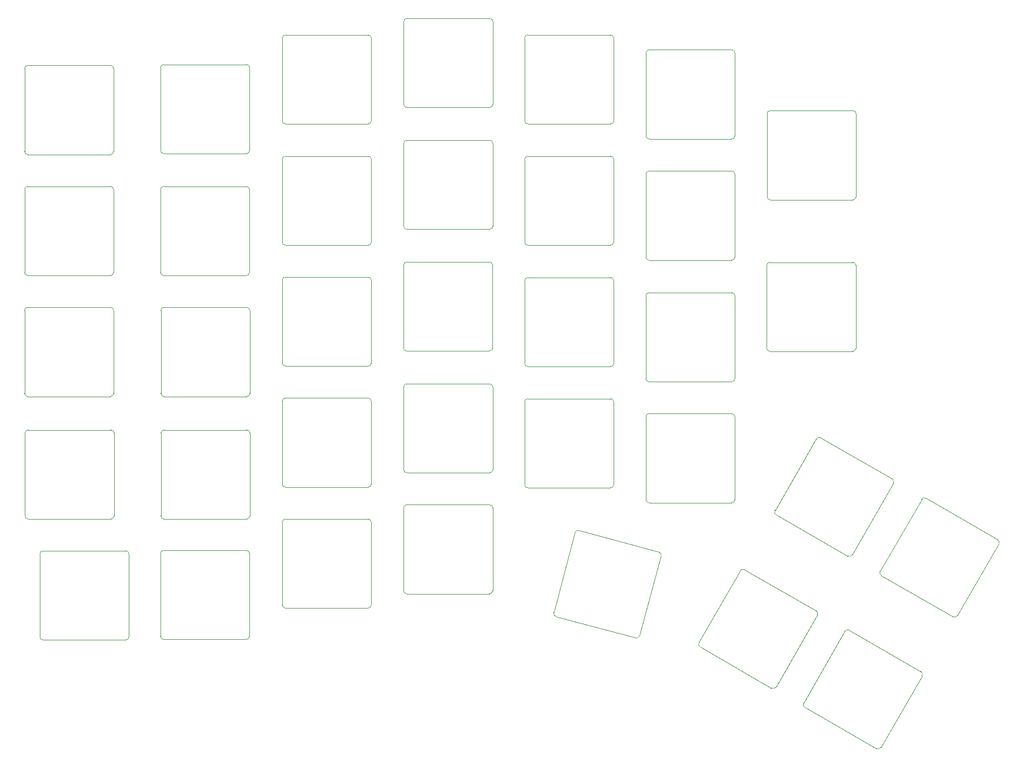
<source format=gbr>
%TF.GenerationSoftware,KiCad,Pcbnew,8.0.2-1*%
%TF.CreationDate,2024-06-04T23:34:33+02:00*%
%TF.ProjectId,keyboard,6b657962-6f61-4726-942e-6b696361645f,rev?*%
%TF.SameCoordinates,Original*%
%TF.FileFunction,Other,ECO2*%
%FSLAX46Y46*%
G04 Gerber Fmt 4.6, Leading zero omitted, Abs format (unit mm)*
G04 Created by KiCad (PCBNEW 8.0.2-1) date 2024-06-04 23:34:33*
%MOMM*%
%LPD*%
G01*
G04 APERTURE LIST*
%ADD10C,0.050000*%
G04 APERTURE END LIST*
D10*
%TO.C,SW_[7:2]1*%
X160150000Y-68170000D02*
X160150000Y-81170000D01*
X160650000Y-81670000D02*
X173650000Y-81670000D01*
X173650000Y-67670000D02*
X160650000Y-67670000D01*
X174150000Y-81170000D02*
X174150000Y-68170000D01*
X160150000Y-68170000D02*
G75*
G02*
X160650000Y-67670000I500000J0D01*
G01*
X160651116Y-81667236D02*
G75*
G02*
X160151116Y-81167236I1J500001D01*
G01*
X173650000Y-67670000D02*
G75*
G02*
X174150000Y-68170000I0J-500000D01*
G01*
X174150000Y-81170000D02*
G75*
G02*
X173650000Y-81670000I-500001J1D01*
G01*
%TO.C,SW_[1:4]1*%
X43580000Y-94500000D02*
X43580000Y-107500000D01*
X44080000Y-108000000D02*
X57080000Y-108000000D01*
X57080000Y-94000000D02*
X44080000Y-94000000D01*
X57580000Y-107500000D02*
X57580000Y-94500000D01*
X43580000Y-94500000D02*
G75*
G02*
X44080000Y-94000000I500000J0D01*
G01*
X44080000Y-108000000D02*
G75*
G02*
X43580000Y-107500000I0J500000D01*
G01*
X57080000Y-94000000D02*
G75*
G02*
X57580000Y-94500000I-1J-500001D01*
G01*
X57577236Y-107498884D02*
G75*
G02*
X57077236Y-107998884I-500001J1D01*
G01*
%TO.C,SW_[6:1]1*%
X141150000Y-34800000D02*
X141150000Y-47800000D01*
X141650000Y-48300000D02*
X154650000Y-48300000D01*
X154650000Y-34300000D02*
X141650000Y-34300000D01*
X155150000Y-47800000D02*
X155150000Y-34800000D01*
X141150000Y-34800000D02*
G75*
G02*
X141650000Y-34300000I500000J0D01*
G01*
X141650000Y-48300000D02*
G75*
G02*
X141150000Y-47800000I0J500000D01*
G01*
X154650000Y-34300000D02*
G75*
G02*
X155150000Y-34800000I-1J-500001D01*
G01*
X155147236Y-47798884D02*
G75*
G02*
X154647236Y-48298884I-500001J1D01*
G01*
%TO.C,SW_[2:4]1*%
X64920000Y-94500000D02*
X64920000Y-107500000D01*
X65420000Y-108000000D02*
X78420000Y-108000000D01*
X78420000Y-94000000D02*
X65420000Y-94000000D01*
X78920000Y-107500000D02*
X78920000Y-94500000D01*
X64920000Y-94500000D02*
G75*
G02*
X65420000Y-94000000I500000J0D01*
G01*
X65420000Y-108000000D02*
G75*
G02*
X64920000Y-107500000I0J500000D01*
G01*
X78420000Y-94000000D02*
G75*
G02*
X78920000Y-94500000I-1J-500001D01*
G01*
X78917236Y-107498884D02*
G75*
G02*
X78417236Y-107998884I-500001J1D01*
G01*
%TO.C,SW_[2:5]1*%
X64864800Y-113430500D02*
X64864800Y-126430500D01*
X65364800Y-126930500D02*
X78364800Y-126930500D01*
X78364800Y-112930500D02*
X65364800Y-112930500D01*
X78864800Y-126430500D02*
X78864800Y-113430500D01*
X64864800Y-113430500D02*
G75*
G02*
X65364800Y-112930500I500000J0D01*
G01*
X65364800Y-126930500D02*
G75*
G02*
X64864800Y-126430500I0J500000D01*
G01*
X78364800Y-112930500D02*
G75*
G02*
X78864800Y-113430500I-1J-500001D01*
G01*
X78862036Y-126429384D02*
G75*
G02*
X78362036Y-126929384I-500001J1D01*
G01*
%TO.C,SW_[1:3]1*%
X43500000Y-75250000D02*
X43500000Y-88250000D01*
X44000000Y-88750000D02*
X57000000Y-88750000D01*
X57000000Y-74750000D02*
X44000000Y-74750000D01*
X57500000Y-88250000D02*
X57500000Y-75250000D01*
X43500000Y-75250000D02*
G75*
G02*
X44000000Y-74750000I500000J0D01*
G01*
X44000000Y-88750000D02*
G75*
G02*
X43500000Y-88250000I0J500000D01*
G01*
X57000000Y-74750000D02*
G75*
G02*
X57500000Y-75250000I-1J-500001D01*
G01*
X57497236Y-88248884D02*
G75*
G02*
X56997236Y-88748884I-500001J1D01*
G01*
%TO.C,SW_[6:5]1*%
X149670835Y-128062178D02*
X160929166Y-134562177D01*
X155987822Y-116120835D02*
X149487823Y-127379166D01*
X161612178Y-134379165D02*
X168112177Y-123120834D01*
X167929165Y-122437822D02*
X156670834Y-115937823D01*
X149670835Y-128062178D02*
G75*
G02*
X149487822Y-127379165I250000J433013D01*
G01*
X155987822Y-116120835D02*
G75*
G02*
X156670835Y-115937822I433013J-250000D01*
G01*
X161610342Y-134376817D02*
G75*
G02*
X160927330Y-134559830I-433013J250002D01*
G01*
X167929165Y-122437822D02*
G75*
G02*
X168112178Y-123120834I-249998J-433012D01*
G01*
%TO.C,SW_[2:2]1*%
X64864800Y-56250000D02*
X64864800Y-69250000D01*
X65364800Y-69750000D02*
X78364800Y-69750000D01*
X78364800Y-55750000D02*
X65364800Y-55750000D01*
X78864800Y-69250000D02*
X78864800Y-56250000D01*
X64864800Y-56250000D02*
G75*
G02*
X65364800Y-55750000I500000J0D01*
G01*
X65364800Y-69750000D02*
G75*
G02*
X64864800Y-69250000I0J500000D01*
G01*
X78364800Y-55750000D02*
G75*
G02*
X78864800Y-56250000I-1J-500001D01*
G01*
X78862036Y-69248884D02*
G75*
G02*
X78362036Y-69748884I-500001J1D01*
G01*
%TO.C,SW_[4:3]1*%
X103064800Y-68130500D02*
X103064800Y-81130500D01*
X103564800Y-81630500D02*
X116564800Y-81630500D01*
X116564800Y-67630500D02*
X103564800Y-67630500D01*
X117064800Y-81130500D02*
X117064800Y-68130500D01*
X103064800Y-68130500D02*
G75*
G02*
X103564800Y-67630500I500000J0D01*
G01*
X103564800Y-81630500D02*
G75*
G02*
X103064800Y-81130500I0J500000D01*
G01*
X116564800Y-67630500D02*
G75*
G02*
X117064800Y-68130500I-1J-500001D01*
G01*
X117062036Y-81129384D02*
G75*
G02*
X116562036Y-81629384I-500001J1D01*
G01*
%TO.C,SW_[6:4]1*%
X141150000Y-91950000D02*
X141150000Y-104950000D01*
X141650000Y-105450000D02*
X154650000Y-105450000D01*
X154650000Y-91450000D02*
X141650000Y-91450000D01*
X155150000Y-104950000D02*
X155150000Y-91950000D01*
X141150000Y-91950000D02*
G75*
G02*
X141650000Y-91450000I500000J0D01*
G01*
X141650000Y-105450000D02*
G75*
G02*
X141150000Y-104950000I0J500000D01*
G01*
X154650000Y-91450000D02*
G75*
G02*
X155150000Y-91950000I-1J-500001D01*
G01*
X155147236Y-104948884D02*
G75*
G02*
X154647236Y-105448884I-500001J1D01*
G01*
%TO.C,SW_[5:5]1*%
X127002851Y-123314357D02*
X139559886Y-126679005D01*
X130013943Y-110144951D02*
X126649295Y-122701986D01*
X140172257Y-126325449D02*
X143536905Y-113768414D01*
X143183349Y-113156043D02*
X130626314Y-109791395D01*
X127002851Y-123314357D02*
G75*
G02*
X126649295Y-122701986I129407J482963D01*
G01*
X130013943Y-110144951D02*
G75*
G02*
X130626314Y-109791395I482963J-129407D01*
G01*
X140169876Y-126323658D02*
G75*
G02*
X139557503Y-126677211I-482961J129407D01*
G01*
X143183349Y-113156043D02*
G75*
G02*
X143536905Y-113768414I-129408J-482964D01*
G01*
%TO.C,SW_[7:3]1*%
X161621435Y-107322178D02*
X172879765Y-113822178D01*
X167938422Y-95380835D02*
X161438422Y-106639165D01*
X173562778Y-113639165D02*
X180062778Y-102380835D01*
X179879765Y-101697822D02*
X168621435Y-95197822D01*
X161621435Y-107322178D02*
G75*
G02*
X161438422Y-106639165I250000J433013D01*
G01*
X167938422Y-95380835D02*
G75*
G02*
X168621435Y-95197822I433013J-250000D01*
G01*
X173560942Y-113636817D02*
G75*
G02*
X172877930Y-113819828I-433012J250001D01*
G01*
X179879765Y-101697822D02*
G75*
G02*
X180062778Y-102380835I-250000J-433013D01*
G01*
%TO.C,SW_[3:1]1*%
X84000000Y-32450600D02*
X84000000Y-45450600D01*
X84500000Y-45950600D02*
X97500000Y-45950600D01*
X97500000Y-31950600D02*
X84500000Y-31950600D01*
X98000000Y-45450600D02*
X98000000Y-32450600D01*
X84000000Y-32450600D02*
G75*
G02*
X84500000Y-31950600I500000J0D01*
G01*
X84500000Y-45950600D02*
G75*
G02*
X84000000Y-45450600I0J500000D01*
G01*
X97500000Y-31950600D02*
G75*
G02*
X98000000Y-32450600I-1J-500001D01*
G01*
X97997236Y-45449484D02*
G75*
G02*
X97497236Y-45949484I-500001J1D01*
G01*
%TO.C,SW_[6:2]1*%
X141150000Y-53850000D02*
X141150000Y-66850000D01*
X141650000Y-67350000D02*
X154650000Y-67350000D01*
X154650000Y-53350000D02*
X141650000Y-53350000D01*
X155150000Y-66850000D02*
X155150000Y-53850000D01*
X141150000Y-53850000D02*
G75*
G02*
X141650000Y-53350000I500000J0D01*
G01*
X141650000Y-67350000D02*
G75*
G02*
X141150000Y-66850000I0J500000D01*
G01*
X154650000Y-53350000D02*
G75*
G02*
X155150000Y-53850000I-1J-500001D01*
G01*
X155147236Y-66848884D02*
G75*
G02*
X154647236Y-67348884I-500001J1D01*
G01*
%TO.C,SW_[5:3]1*%
X122100000Y-70550000D02*
X122100000Y-83550000D01*
X122600000Y-84050000D02*
X135600000Y-84050000D01*
X135600000Y-70050000D02*
X122600000Y-70050000D01*
X136100000Y-83550000D02*
X136100000Y-70550000D01*
X122100000Y-70550000D02*
G75*
G02*
X122600000Y-70050000I500000J0D01*
G01*
X122600000Y-84050000D02*
G75*
G02*
X122100000Y-83550000I0J500000D01*
G01*
X135600000Y-70050000D02*
G75*
G02*
X136100000Y-70550000I-1J-500001D01*
G01*
X136097236Y-83548884D02*
G75*
G02*
X135597236Y-84048884I-500001J1D01*
G01*
%TO.C,SW_[3:4]1*%
X84000000Y-89500000D02*
X84000000Y-102500000D01*
X84500000Y-103000000D02*
X97500000Y-103000000D01*
X97500000Y-89000000D02*
X84500000Y-89000000D01*
X98000000Y-102500000D02*
X98000000Y-89500000D01*
X84000000Y-89500000D02*
G75*
G02*
X84500000Y-89000000I500000J0D01*
G01*
X84500000Y-103000000D02*
G75*
G02*
X84000000Y-102500000I0J500000D01*
G01*
X97500000Y-89000000D02*
G75*
G02*
X98000000Y-89500000I-1J-500001D01*
G01*
X97997236Y-102498884D02*
G75*
G02*
X97497236Y-102998884I-500001J1D01*
G01*
%TO.C,SW_[5:1]1*%
X122100000Y-32450000D02*
X122100000Y-45450000D01*
X122600000Y-45950000D02*
X135600000Y-45950000D01*
X135600000Y-31950000D02*
X122600000Y-31950000D01*
X136100000Y-45450000D02*
X136100000Y-32450000D01*
X122100000Y-32450000D02*
G75*
G02*
X122600000Y-31950000I500000J0D01*
G01*
X122600000Y-45950000D02*
G75*
G02*
X122100000Y-45450000I0J500000D01*
G01*
X135600000Y-31950000D02*
G75*
G02*
X136100000Y-32450000I-1J-500001D01*
G01*
X136097236Y-45448884D02*
G75*
G02*
X135597236Y-45948884I-500001J1D01*
G01*
%TO.C,SW_[4:5]1*%
X103080000Y-106250000D02*
X103080000Y-119250000D01*
X103580000Y-119750000D02*
X116580000Y-119750000D01*
X116580000Y-105750000D02*
X103580000Y-105750000D01*
X117080000Y-119250000D02*
X117080000Y-106250000D01*
X103080000Y-106250000D02*
G75*
G02*
X103580000Y-105750000I500000J0D01*
G01*
X103580000Y-119750000D02*
G75*
G02*
X103080000Y-119250000I0J500000D01*
G01*
X116580000Y-105750000D02*
G75*
G02*
X117080000Y-106250000I-1J-500001D01*
G01*
X117077236Y-119248884D02*
G75*
G02*
X116577236Y-119748884I-500001J1D01*
G01*
%TO.C,SW_[1:5]1*%
X45920000Y-113500000D02*
X45920000Y-126500000D01*
X46420000Y-127000000D02*
X59420000Y-127000000D01*
X59420000Y-113000000D02*
X46420000Y-113000000D01*
X59920000Y-126500000D02*
X59920000Y-113500000D01*
X45920000Y-113500000D02*
G75*
G02*
X46420000Y-113000000I500000J0D01*
G01*
X46420000Y-127000000D02*
G75*
G02*
X45920000Y-126500000I0J500000D01*
G01*
X59420000Y-113000000D02*
G75*
G02*
X59920000Y-113500000I-1J-500001D01*
G01*
X59917236Y-126498884D02*
G75*
G02*
X59417236Y-126998884I-500001J1D01*
G01*
%TO.C,SW_[4:4]1*%
X103080000Y-87250000D02*
X103080000Y-100250000D01*
X103580000Y-100750000D02*
X116580000Y-100750000D01*
X116580000Y-86750000D02*
X103580000Y-86750000D01*
X117080000Y-100250000D02*
X117080000Y-87250000D01*
X103080000Y-87250000D02*
G75*
G02*
X103580000Y-86750000I500000J0D01*
G01*
X103580000Y-100750000D02*
G75*
G02*
X103080000Y-100250000I0J500000D01*
G01*
X116580000Y-86750000D02*
G75*
G02*
X117080000Y-87250000I-1J-500001D01*
G01*
X117077236Y-100248884D02*
G75*
G02*
X116577236Y-100748884I-500001J1D01*
G01*
%TO.C,SW_[2:1]1*%
X64880000Y-37100000D02*
X64880000Y-50100000D01*
X65380000Y-50600000D02*
X78380000Y-50600000D01*
X78380000Y-36600000D02*
X65380000Y-36600000D01*
X78880000Y-50100000D02*
X78880000Y-37100000D01*
X64880000Y-37100000D02*
G75*
G02*
X65380000Y-36600000I500000J0D01*
G01*
X65380000Y-50600000D02*
G75*
G02*
X64880000Y-50100000I0J500000D01*
G01*
X78380000Y-36600000D02*
G75*
G02*
X78880000Y-37100000I-1J-500001D01*
G01*
X78877236Y-50098884D02*
G75*
G02*
X78377236Y-50598884I-500001J1D01*
G01*
%TO.C,SW_[5:4]1*%
X122100000Y-89600000D02*
X122100000Y-102600000D01*
X122600000Y-103100000D02*
X135600000Y-103100000D01*
X135600000Y-89100000D02*
X122600000Y-89100000D01*
X136100000Y-102600000D02*
X136100000Y-89600000D01*
X122100000Y-89600000D02*
G75*
G02*
X122600000Y-89100000I500000J0D01*
G01*
X122600000Y-103100000D02*
G75*
G02*
X122100000Y-102600000I0J500000D01*
G01*
X135600000Y-89100000D02*
G75*
G02*
X136100000Y-89600000I-1J-500001D01*
G01*
X136097236Y-102598884D02*
G75*
G02*
X135597236Y-103098884I-500001J1D01*
G01*
%TO.C,SW_[2:3]1*%
X64920000Y-75250000D02*
X64920000Y-88250000D01*
X65420000Y-88750000D02*
X78420000Y-88750000D01*
X78420000Y-74750000D02*
X65420000Y-74750000D01*
X78920000Y-88250000D02*
X78920000Y-75250000D01*
X64920000Y-75250000D02*
G75*
G02*
X65420000Y-74750000I500000J0D01*
G01*
X65420000Y-88750000D02*
G75*
G02*
X64920000Y-88250000I0J500000D01*
G01*
X78420000Y-74750000D02*
G75*
G02*
X78920000Y-75250000I-1J-500001D01*
G01*
X78917236Y-88248884D02*
G75*
G02*
X78417236Y-88748884I-500001J1D01*
G01*
%TO.C,SW_[4:2]1*%
X117097236Y-61998884D02*
G75*
G02*
X116597236Y-62498884I-500001J1D01*
G01*
X116600000Y-48500000D02*
G75*
G02*
X117100000Y-49000000I-1J-500001D01*
G01*
X103600000Y-62500000D02*
G75*
G02*
X103100000Y-62000000I0J500000D01*
G01*
X103100000Y-49000000D02*
G75*
G02*
X103600000Y-48500000I500000J0D01*
G01*
X117100000Y-62000000D02*
X117100000Y-49000000D01*
X116600000Y-48500000D02*
X103600000Y-48500000D01*
X103600000Y-62500000D02*
X116600000Y-62500000D01*
X103100000Y-49000000D02*
X103100000Y-62000000D01*
%TO.C,SW_[4:1]1*%
X103100000Y-29850000D02*
X103100000Y-42850000D01*
X103600000Y-43350000D02*
X116600000Y-43350000D01*
X116600000Y-29350000D02*
X103600000Y-29350000D01*
X117100000Y-42850000D02*
X117100000Y-29850000D01*
X103100000Y-29850000D02*
G75*
G02*
X103600000Y-29350000I500000J0D01*
G01*
X103600000Y-43350000D02*
G75*
G02*
X103100000Y-42850000I0J500000D01*
G01*
X116600000Y-29350000D02*
G75*
G02*
X117100000Y-29850000I-1J-500001D01*
G01*
X117097236Y-42848884D02*
G75*
G02*
X116597236Y-43348884I-500001J1D01*
G01*
%TO.C,SW_[3:5]1*%
X84000000Y-108500000D02*
X84000000Y-121500000D01*
X84500000Y-122000000D02*
X97500000Y-122000000D01*
X97500000Y-108000000D02*
X84500000Y-108000000D01*
X98000000Y-121500000D02*
X98000000Y-108500000D01*
X84000000Y-108500000D02*
G75*
G02*
X84500000Y-108000000I500000J0D01*
G01*
X84500000Y-122000000D02*
G75*
G02*
X84000000Y-121500000I0J500000D01*
G01*
X97500000Y-108000000D02*
G75*
G02*
X98000000Y-108500000I-1J-500001D01*
G01*
X97997236Y-121498884D02*
G75*
G02*
X97497236Y-121998884I-500001J1D01*
G01*
%TO.C,SW_[7:4]1*%
X178170835Y-116862178D02*
X189429165Y-123362178D01*
X184487822Y-104920835D02*
X177987822Y-116179165D01*
X190112178Y-123179165D02*
X196612178Y-111920835D01*
X196429165Y-111237822D02*
X185170835Y-104737822D01*
X178170835Y-116862178D02*
G75*
G02*
X177987822Y-116179165I250000J433013D01*
G01*
X184487822Y-104920835D02*
G75*
G02*
X185170835Y-104737822I433013J-250000D01*
G01*
X190110342Y-123176817D02*
G75*
G02*
X189427330Y-123359828I-433012J250001D01*
G01*
X196429165Y-111237822D02*
G75*
G02*
X196612178Y-111920835I-250000J-433013D01*
G01*
%TO.C,SW_[1:1]1*%
X43500000Y-37250000D02*
X43500000Y-50250000D01*
X44000000Y-50750000D02*
X57000000Y-50750000D01*
X57000000Y-36750000D02*
X44000000Y-36750000D01*
X57500000Y-50250000D02*
X57500000Y-37250000D01*
X43500000Y-37250000D02*
G75*
G02*
X44000000Y-36750000I500000J0D01*
G01*
X44000000Y-50750000D02*
G75*
G02*
X43500000Y-50250000I0J500000D01*
G01*
X57000000Y-36750000D02*
G75*
G02*
X57500000Y-37250000I-1J-500001D01*
G01*
X57497236Y-50248884D02*
G75*
G02*
X56997236Y-50748884I-500001J1D01*
G01*
%TO.C,SW_[5:2]1*%
X122100000Y-51500000D02*
X122100000Y-64500000D01*
X122600000Y-65000000D02*
X135600000Y-65000000D01*
X135600000Y-51000000D02*
X122600000Y-51000000D01*
X136100000Y-64500000D02*
X136100000Y-51500000D01*
X122100000Y-51500000D02*
G75*
G02*
X122600000Y-51000000I500000J0D01*
G01*
X122600000Y-65000000D02*
G75*
G02*
X122100000Y-64500000I0J500000D01*
G01*
X135600000Y-51000000D02*
G75*
G02*
X136100000Y-51500000I-1J-500001D01*
G01*
X136097236Y-64498884D02*
G75*
G02*
X135597236Y-64998884I-500001J1D01*
G01*
%TO.C,SW_[3:2]1*%
X84000000Y-51500100D02*
X84000000Y-64500100D01*
X84500000Y-65000100D02*
X97500000Y-65000100D01*
X97500000Y-51000100D02*
X84500000Y-51000100D01*
X98000000Y-64500100D02*
X98000000Y-51500100D01*
X84000000Y-51500100D02*
G75*
G02*
X84500000Y-51000100I500000J0D01*
G01*
X84500000Y-65000100D02*
G75*
G02*
X84000000Y-64500100I0J500000D01*
G01*
X97500000Y-51000100D02*
G75*
G02*
X98000000Y-51500100I-1J-500001D01*
G01*
X97997236Y-64498984D02*
G75*
G02*
X97497236Y-64998984I-500001J1D01*
G01*
%TO.C,SW_[1:2]1*%
X43500000Y-56250000D02*
X43500000Y-69250000D01*
X44000000Y-69750000D02*
X57000000Y-69750000D01*
X57000000Y-55750000D02*
X44000000Y-55750000D01*
X57500000Y-69250000D02*
X57500000Y-56250000D01*
X43500000Y-56250000D02*
G75*
G02*
X44000000Y-55750000I500000J0D01*
G01*
X44000000Y-69750000D02*
G75*
G02*
X43500000Y-69250000I0J500000D01*
G01*
X57000000Y-55750000D02*
G75*
G02*
X57500000Y-56250000I-1J-500001D01*
G01*
X57497236Y-69248884D02*
G75*
G02*
X56997236Y-69748884I-500001J1D01*
G01*
%TO.C,SW_[3:3]1*%
X84000000Y-70500000D02*
X84000000Y-83500000D01*
X84500000Y-84000000D02*
X97500000Y-84000000D01*
X97500000Y-70000000D02*
X84500000Y-70000000D01*
X98000000Y-83500000D02*
X98000000Y-70500000D01*
X84000000Y-70500000D02*
G75*
G02*
X84500000Y-70000000I500000J0D01*
G01*
X84500000Y-84000000D02*
G75*
G02*
X84000000Y-83500000I0J500000D01*
G01*
X97500000Y-70000000D02*
G75*
G02*
X98000000Y-70500000I-1J-500001D01*
G01*
X97997236Y-83498884D02*
G75*
G02*
X97497236Y-83998884I-500001J1D01*
G01*
%TO.C,SW_[7:1]1*%
X160200000Y-44350000D02*
X160200000Y-57350000D01*
X160700000Y-57850000D02*
X173700000Y-57850000D01*
X173700000Y-43850000D02*
X160700000Y-43850000D01*
X174200000Y-57350000D02*
X174200000Y-44350000D01*
X160200000Y-44350000D02*
G75*
G02*
X160700000Y-43850000I500000J0D01*
G01*
X160700000Y-57850000D02*
G75*
G02*
X160200000Y-57350000I0J500000D01*
G01*
X173700000Y-43850000D02*
G75*
G02*
X174200000Y-44350000I-1J-500001D01*
G01*
X174197236Y-57348884D02*
G75*
G02*
X173697236Y-57848884I-500001J1D01*
G01*
%TO.C,SW_[7:5]1*%
X166120835Y-137562178D02*
X177379165Y-144062178D01*
X172437822Y-125620835D02*
X165937822Y-136879165D01*
X178062178Y-143879165D02*
X184562178Y-132620835D01*
X184379165Y-131937822D02*
X173120835Y-125437822D01*
X166120835Y-137562178D02*
G75*
G02*
X165937822Y-136879165I250000J433013D01*
G01*
X172437822Y-125620835D02*
G75*
G02*
X173120835Y-125437822I433013J-250000D01*
G01*
X178060342Y-143876817D02*
G75*
G02*
X177377330Y-144059828I-433012J250001D01*
G01*
X184379165Y-131937822D02*
G75*
G02*
X184562178Y-132620835I-250000J-433013D01*
G01*
%TO.C,SW_[6:3]1*%
X141150000Y-72930500D02*
X141150000Y-85930500D01*
X141650000Y-86430500D02*
X154650000Y-86430500D01*
X154650000Y-72430500D02*
X141650000Y-72430500D01*
X155150000Y-85930500D02*
X155150000Y-72930500D01*
X141150000Y-72930500D02*
G75*
G02*
X141650000Y-72430500I500000J0D01*
G01*
X141650000Y-86430500D02*
G75*
G02*
X141150000Y-85930500I0J500000D01*
G01*
X154650000Y-72430500D02*
G75*
G02*
X155150000Y-72930500I-1J-500001D01*
G01*
X155147236Y-85929384D02*
G75*
G02*
X154647236Y-86429384I-500001J1D01*
G01*
%TD*%
M02*

</source>
